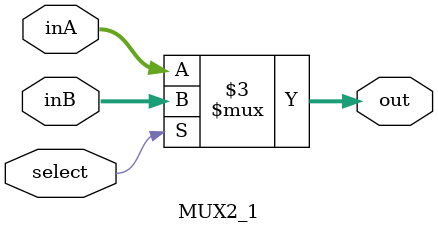
<source format=v>
module MUX2_1 # (parameter SIZE=8)
(
	input wire select,
	input wire [SIZE-1:0] inA,
	input wire [SIZE-1:0] inB,
	output reg [SIZE-1:0] out
);
always @ (*)
begin
  out <= (select == 0)? inA : inB;
end
endmodule
</source>
